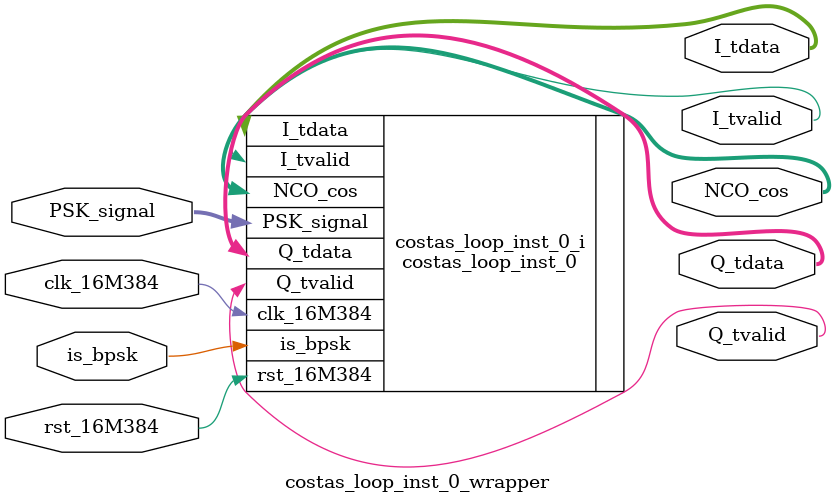
<source format=v>
`timescale 1 ps / 1 ps

module costas_loop_inst_0_wrapper
   (I_tdata,
    I_tvalid,
    NCO_cos,
    PSK_signal,
    Q_tdata,
    Q_tvalid,
    clk_16M384,
    is_bpsk,
    rst_16M384);
  output [15:0]I_tdata;
  output I_tvalid;
  output [11:0]NCO_cos;
  input [11:0]PSK_signal;
  output [15:0]Q_tdata;
  output Q_tvalid;
  input clk_16M384;
  input is_bpsk;
  input rst_16M384;

  wire [15:0]I_tdata;
  wire I_tvalid;
  wire [11:0]NCO_cos;
  wire [11:0]PSK_signal;
  wire [15:0]Q_tdata;
  wire Q_tvalid;
  wire clk_16M384;
  wire is_bpsk;
  wire rst_16M384;

  costas_loop_inst_0 costas_loop_inst_0_i
       (.I_tdata(I_tdata),
        .I_tvalid(I_tvalid),
        .NCO_cos(NCO_cos),
        .PSK_signal(PSK_signal),
        .Q_tdata(Q_tdata),
        .Q_tvalid(Q_tvalid),
        .clk_16M384(clk_16M384),
        .is_bpsk(is_bpsk),
        .rst_16M384(rst_16M384));
endmodule

</source>
